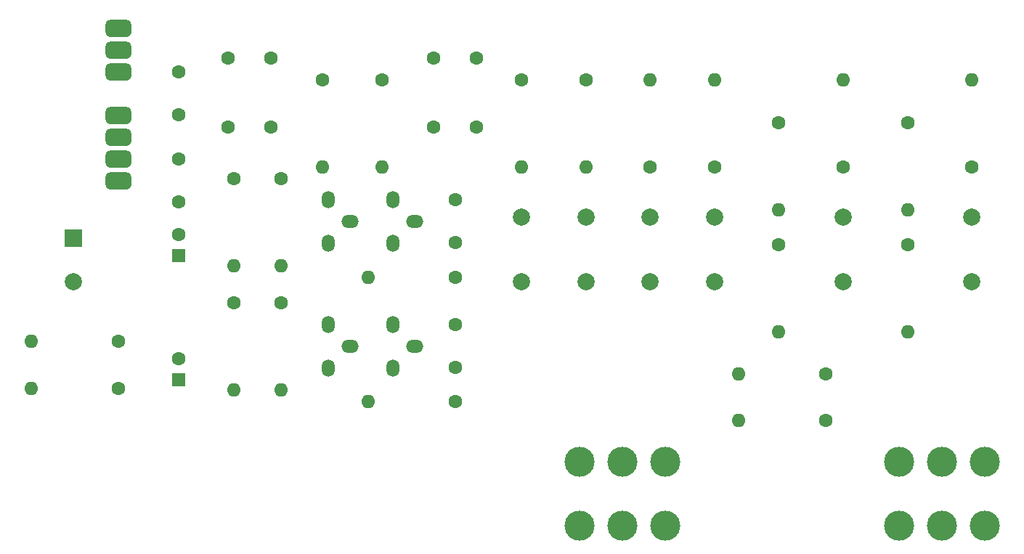
<source format=gbs>
G04 #@! TF.GenerationSoftware,KiCad,Pcbnew,(5.1.7)-1*
G04 #@! TF.CreationDate,2022-12-29T19:39:36+01:00*
G04 #@! TF.ProjectId,Klang-Modul,4b6c616e-672d-44d6-9f64-756c2e6b6963,rev?*
G04 #@! TF.SameCoordinates,Original*
G04 #@! TF.FileFunction,Soldermask,Bot*
G04 #@! TF.FilePolarity,Negative*
%FSLAX46Y46*%
G04 Gerber Fmt 4.6, Leading zero omitted, Abs format (unit mm)*
G04 Created by KiCad (PCBNEW (5.1.7)-1) date 2022-12-29 19:39:36*
%MOMM*%
%LPD*%
G01*
G04 APERTURE LIST*
%ADD10C,1.600000*%
%ADD11R,1.600000X1.600000*%
%ADD12C,3.500000*%
%ADD13C,2.000000*%
%ADD14R,2.000000X2.000000*%
%ADD15O,1.600000X1.600000*%
%ADD16O,2.000000X1.500000*%
%ADD17O,1.500000X2.000000*%
G04 APERTURE END LIST*
D10*
X69750000Y-36000000D03*
X64750000Y-36000000D03*
X88750000Y-44000000D03*
X93750000Y-44000000D03*
X88750000Y-36000000D03*
X93750000Y-36000000D03*
X69750000Y-44000000D03*
X64750000Y-44000000D03*
G36*
G01*
X51000000Y-49280000D02*
X53000000Y-49280000D01*
G75*
G02*
X53500000Y-49780000I0J-500000D01*
G01*
X53500000Y-50780000D01*
G75*
G02*
X53000000Y-51280000I-500000J0D01*
G01*
X51000000Y-51280000D01*
G75*
G02*
X50500000Y-50780000I0J500000D01*
G01*
X50500000Y-49780000D01*
G75*
G02*
X51000000Y-49280000I500000J0D01*
G01*
G37*
G36*
G01*
X51000000Y-46740000D02*
X53000000Y-46740000D01*
G75*
G02*
X53500000Y-47240000I0J-500000D01*
G01*
X53500000Y-48240000D01*
G75*
G02*
X53000000Y-48740000I-500000J0D01*
G01*
X51000000Y-48740000D01*
G75*
G02*
X50500000Y-48240000I0J500000D01*
G01*
X50500000Y-47240000D01*
G75*
G02*
X51000000Y-46740000I500000J0D01*
G01*
G37*
G36*
G01*
X51000000Y-44200000D02*
X53000000Y-44200000D01*
G75*
G02*
X53500000Y-44700000I0J-500000D01*
G01*
X53500000Y-45700000D01*
G75*
G02*
X53000000Y-46200000I-500000J0D01*
G01*
X51000000Y-46200000D01*
G75*
G02*
X50500000Y-45700000I0J500000D01*
G01*
X50500000Y-44700000D01*
G75*
G02*
X51000000Y-44200000I500000J0D01*
G01*
G37*
G36*
G01*
X51000000Y-41660000D02*
X53000000Y-41660000D01*
G75*
G02*
X53500000Y-42160000I0J-500000D01*
G01*
X53500000Y-43160000D01*
G75*
G02*
X53000000Y-43660000I-500000J0D01*
G01*
X51000000Y-43660000D01*
G75*
G02*
X50500000Y-43160000I0J500000D01*
G01*
X50500000Y-42160000D01*
G75*
G02*
X51000000Y-41660000I500000J0D01*
G01*
G37*
G36*
G01*
X51000000Y-36580000D02*
X53000000Y-36580000D01*
G75*
G02*
X53500000Y-37080000I0J-500000D01*
G01*
X53500000Y-38080000D01*
G75*
G02*
X53000000Y-38580000I-500000J0D01*
G01*
X51000000Y-38580000D01*
G75*
G02*
X50500000Y-38080000I0J500000D01*
G01*
X50500000Y-37080000D01*
G75*
G02*
X51000000Y-36580000I500000J0D01*
G01*
G37*
G36*
G01*
X51000000Y-34040000D02*
X53000000Y-34040000D01*
G75*
G02*
X53500000Y-34540000I0J-500000D01*
G01*
X53500000Y-35540000D01*
G75*
G02*
X53000000Y-36040000I-500000J0D01*
G01*
X51000000Y-36040000D01*
G75*
G02*
X50500000Y-35540000I0J500000D01*
G01*
X50500000Y-34540000D01*
G75*
G02*
X51000000Y-34040000I500000J0D01*
G01*
G37*
G36*
G01*
X51000000Y-31500000D02*
X53000000Y-31500000D01*
G75*
G02*
X53500000Y-32000000I0J-500000D01*
G01*
X53500000Y-33000000D01*
G75*
G02*
X53000000Y-33500000I-500000J0D01*
G01*
X51000000Y-33500000D01*
G75*
G02*
X50500000Y-33000000I0J500000D01*
G01*
X50500000Y-32000000D01*
G75*
G02*
X51000000Y-31500000I500000J0D01*
G01*
G37*
D11*
X59000000Y-59000000D03*
D10*
X59000000Y-56500000D03*
D11*
X59000000Y-73500000D03*
D10*
X59000000Y-71000000D03*
D12*
X148000000Y-83000000D03*
X148000000Y-90500000D03*
X153000000Y-83000000D03*
X153000000Y-90500000D03*
X143000000Y-90500000D03*
X143000000Y-83000000D03*
X105750000Y-83000000D03*
X105750000Y-90500000D03*
X115750000Y-90500000D03*
X115750000Y-83000000D03*
X110750000Y-90500000D03*
X110750000Y-83000000D03*
D10*
X59000000Y-42580000D03*
X59000000Y-37580000D03*
X91250000Y-52500000D03*
X91250000Y-57500000D03*
X59000000Y-47750000D03*
X59000000Y-52750000D03*
X91250000Y-67000000D03*
X91250000Y-72000000D03*
D13*
X151500000Y-62000000D03*
X151500000Y-54500000D03*
X106500000Y-54500000D03*
X106500000Y-62000000D03*
X114000000Y-62000000D03*
X114000000Y-54500000D03*
X136500000Y-62000000D03*
X136500000Y-54500000D03*
X99000000Y-54500000D03*
X99000000Y-62000000D03*
X121500000Y-62000000D03*
X121500000Y-54500000D03*
D14*
X46750000Y-57000000D03*
D13*
X46750000Y-62000000D03*
D10*
X52000000Y-69000000D03*
D15*
X41840000Y-69000000D03*
D16*
X79040000Y-55040000D03*
D17*
X76500000Y-52500000D03*
X76500000Y-57580000D03*
D16*
X86540000Y-55040000D03*
D17*
X84000000Y-52500000D03*
X84000000Y-57580000D03*
D16*
X79040000Y-69540000D03*
D17*
X76500000Y-67000000D03*
X76500000Y-72080000D03*
D16*
X86540000Y-69540000D03*
D17*
X84000000Y-67000000D03*
X84000000Y-72080000D03*
D10*
X71000000Y-50000000D03*
D15*
X71000000Y-60160000D03*
D10*
X82750000Y-38500000D03*
D15*
X82750000Y-48660000D03*
D10*
X144000000Y-43500000D03*
D15*
X144000000Y-53660000D03*
D10*
X106500000Y-38500000D03*
D15*
X106500000Y-48660000D03*
D10*
X114000000Y-48660000D03*
D15*
X114000000Y-38500000D03*
D10*
X75750000Y-38500000D03*
D15*
X75750000Y-48660000D03*
D10*
X129000000Y-43500000D03*
D15*
X129000000Y-53660000D03*
D10*
X136500000Y-48660000D03*
D15*
X136500000Y-38500000D03*
D10*
X99000000Y-38500000D03*
D15*
X99000000Y-48660000D03*
D10*
X121500000Y-48660000D03*
D15*
X121500000Y-38500000D03*
D10*
X144000000Y-57750000D03*
D15*
X144000000Y-67910000D03*
D10*
X129000000Y-57750000D03*
D15*
X129000000Y-67910000D03*
D10*
X65500000Y-50000000D03*
D15*
X65500000Y-60160000D03*
D10*
X91250000Y-61500000D03*
D15*
X81090000Y-61500000D03*
D10*
X134455000Y-72750000D03*
D15*
X124295000Y-72750000D03*
D10*
X71000000Y-64500000D03*
D15*
X71000000Y-74660000D03*
D10*
X65500000Y-64500000D03*
D15*
X65500000Y-74660000D03*
D10*
X52000000Y-74500000D03*
D15*
X41840000Y-74500000D03*
D10*
X91250000Y-76000000D03*
D15*
X81090000Y-76000000D03*
D10*
X134455000Y-78250000D03*
D15*
X124295000Y-78250000D03*
D10*
X151500000Y-48660000D03*
D15*
X151500000Y-38500000D03*
M02*

</source>
